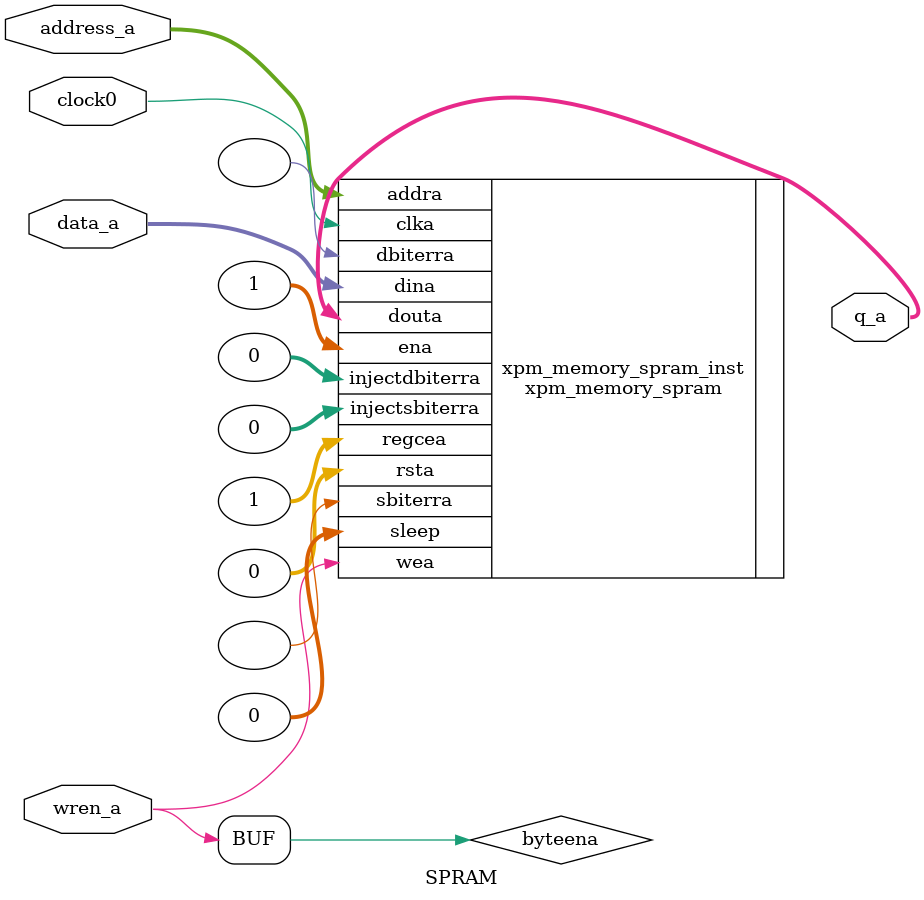
<source format=v>

module SPRAM
   #(parameter
      numwords_a=32,
      widthad_a=32,
      width_a=32
   )
   (
      input [widthad_a-1:0] address_a,
      input clock0,
      input [width_a-1:0] data_a,
      input wren_a,
      output [width_a-1:0] q_a
    );

wire [0:0] byteena;

assign byteena[0] = wren_a;

xpm_memory_spram #(
   .ADDR_WIDTH_A(widthad_a), // DECIMAL
   .AUTO_SLEEP_TIME(0), // DECIMAL
   .BYTE_WRITE_WIDTH_A(width_a), // DECIMAL
   .CASCADE_HEIGHT(0), // DECIMAL
   .ECC_MODE("no_ecc"), // String
   .MEMORY_INIT_FILE("none"), // String
   .MEMORY_INIT_PARAM("0"), // String
   .MEMORY_OPTIMIZATION("true"), // String
   .MEMORY_PRIMITIVE("auto"), // String
   .MEMORY_SIZE(numwords_a*width_a), // DECIMAL
   .MESSAGE_CONTROL(0), // DECIMAL
   .READ_DATA_WIDTH_A(width_a), // DECIMAL
   .READ_LATENCY_A(1), // DECIMAL
   .READ_RESET_VALUE_A("0"), // String
   .RST_MODE_A("SYNC"), // String
   .SIM_ASSERT_CHK(0), // DECIMAL; 0=disable simulation messages, 1=enable simulation messages
   .USE_MEM_INIT(1), // DECIMAL
   .USE_MEM_INIT_MMI(0), // DECIMAL
   .WAKEUP_TIME("disable_sleep"), // String
   .WRITE_DATA_WIDTH_A(width_a), // DECIMAL
   .WRITE_MODE_A("read_first"), // String
   .WRITE_PROTECT(1) // DECIMAL
)
xpm_memory_spram_inst
(
   .dbiterra(),      // 1-bit output: Status signal to indicate double bit error occurrence
   .douta(q_a),          // READ_DATA_WIDTH_A-bit output: Data output for port A read operations.
   .sbiterra(),      // 1-bit output: Status signal to indicate single bit error occurrence
   .addra(address_a),    // ADDR_WIDTH_A-bit input: Address for port A write and read operations.
   .clka(clock0),        // 1-bit input: Clock signal for port A.
   .dina(data_a),        // WRITE_DATA_WIDTH_A-bit input: Data input for port A write operations.
   .ena(1),            // 1-bit input: Memory enable signal for port A. Must be high on clock
   .injectdbiterra(0), // 1-bit input: Controls double bit error injection on input data when
                          // ECC enabled (Error injection capability is not available in
                          // "decode_only" mode).
   .injectsbiterra(0), // 1-bit input: Controls single bit error injection on input data when
                          // ECC enabled (Error injection capability is not available in
                          // "decode_only" mode).
   .regcea(1),         // 1-bit input: Clock Enable for the last register stage on the output
                          // data path.
   .rsta(0),           // 1-bit input: Reset signal for the final port A output register
                          // stage. Synchronously resets output port douta to the value specified
                          // by parameter READ_RESET_VALUE_A.
   .sleep(0),          // 1-bit input: sleep signal to enable the dynamic power saving feature.
   .wea(byteena)         // WRITE_DATA_WIDTH_A/BYTE_WRITE_WIDTH_A-bit input: Write enable vector
                          // for port A input data port dina. 1 bit wide when word-wide writes
                          // are used. In byte-wide write configurations, each bit controls the
                          // writing one byte of dina to address addra. For example, to
                          // synchronously write only bits [15-8] of dina when WRITE_DATA_WIDTH_A
                          // is 32, wea would be 4'b0010.
);
endmodule

</source>
